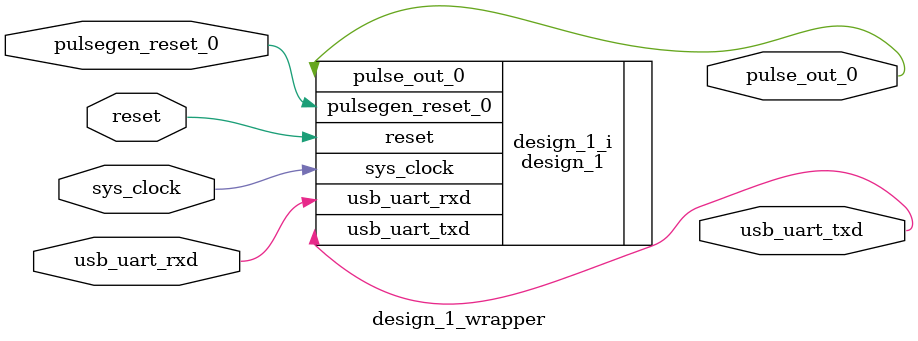
<source format=v>
`timescale 1 ps / 1 ps

module design_1_wrapper
   (pulse_out_0,
    pulsegen_reset_0,
    reset,
    sys_clock,
    usb_uart_rxd,
    usb_uart_txd);
  output pulse_out_0;
  input pulsegen_reset_0;
  input reset;
  input sys_clock;
  input usb_uart_rxd;
  output usb_uart_txd;

  wire pulse_out_0;
  wire pulsegen_reset_0;
  wire reset;
  wire sys_clock;
  wire usb_uart_rxd;
  wire usb_uart_txd;

  design_1 design_1_i
       (.pulse_out_0(pulse_out_0),
        .pulsegen_reset_0(pulsegen_reset_0),
        .reset(reset),
        .sys_clock(sys_clock),
        .usb_uart_rxd(usb_uart_rxd),
        .usb_uart_txd(usb_uart_txd));
endmodule

</source>
